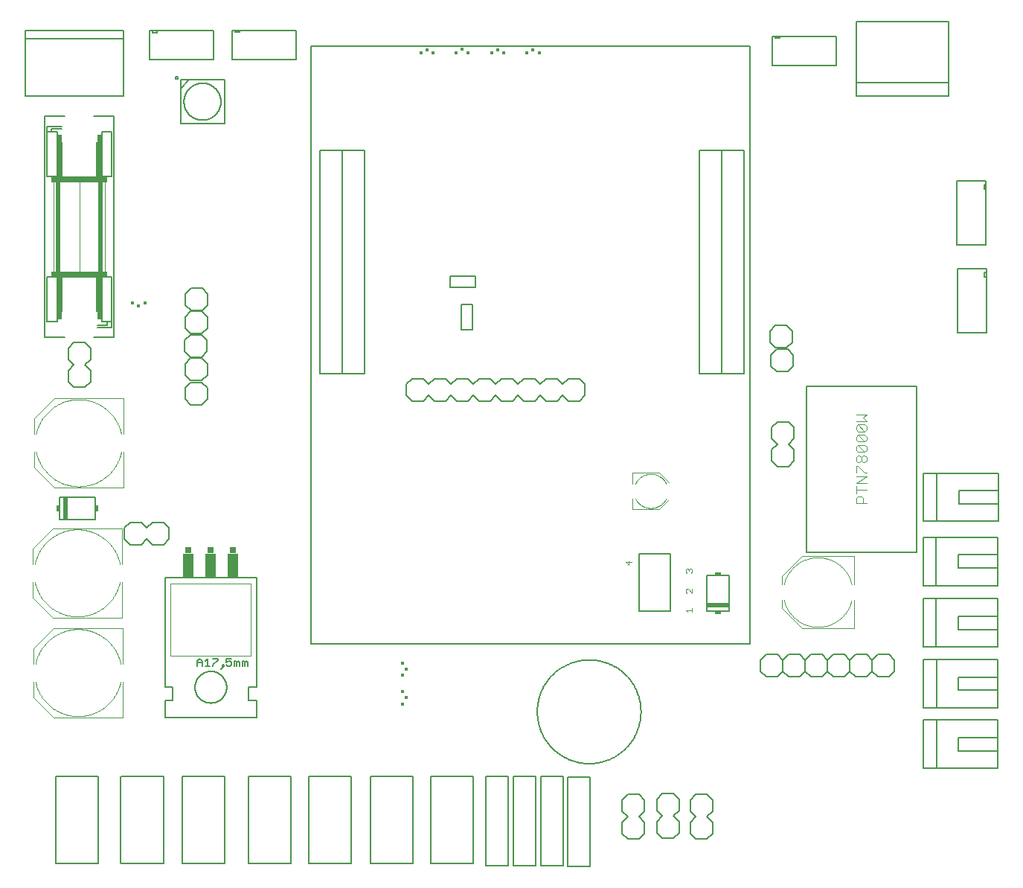
<source format=gto>
G75*
%MOIN*%
%OFA0B0*%
%FSLAX25Y25*%
%IPPOS*%
%LPD*%
%AMOC8*
5,1,8,0,0,1.08239X$1,22.5*
%
%ADD10C,0.00600*%
%ADD11R,0.02000X0.10000*%
%ADD12R,0.01500X0.03000*%
%ADD13C,0.00500*%
%ADD14C,0.00400*%
%ADD15C,0.00200*%
%ADD16R,0.03000X0.02500*%
%ADD17R,0.05000X0.11000*%
%ADD18R,0.10000X0.02000*%
%ADD19R,0.03000X0.01500*%
%ADD20C,0.00800*%
%ADD21R,0.01673X0.01280*%
%ADD22R,0.01378X0.01378*%
%ADD23R,0.01280X0.01673*%
%ADD24R,0.04500X0.02500*%
%ADD25R,0.16000X0.02500*%
%ADD26R,0.02000X0.40000*%
%ADD27R,0.00500X0.15500*%
%ADD28R,0.02000X0.19000*%
D10*
X0032039Y0168587D02*
X0032039Y0178587D01*
X0048039Y0178587D01*
X0048039Y0168587D01*
X0032039Y0168587D01*
X0034313Y0250126D02*
X0025313Y0250126D01*
X0025313Y0349126D01*
X0034313Y0349126D01*
X0032813Y0344626D02*
X0026313Y0344626D01*
X0026313Y0342126D01*
X0026313Y0322126D01*
X0030813Y0322126D01*
X0030813Y0342126D01*
X0028313Y0342126D01*
X0028313Y0343626D01*
X0032813Y0343626D01*
X0028313Y0342126D02*
X0026313Y0342126D01*
X0047313Y0349126D02*
X0056313Y0349126D01*
X0056313Y0250126D01*
X0047313Y0250126D01*
X0048813Y0254626D02*
X0055313Y0254626D01*
X0055313Y0257126D01*
X0055313Y0277126D01*
X0050813Y0277126D01*
X0050813Y0257126D01*
X0053313Y0257126D01*
X0053313Y0255626D01*
X0048813Y0255626D01*
X0053313Y0257126D02*
X0055313Y0257126D01*
X0030813Y0257126D02*
X0030813Y0277126D01*
X0026313Y0277126D01*
X0026313Y0257126D01*
X0030813Y0257126D01*
X0050813Y0322126D02*
X0055313Y0322126D01*
X0055313Y0342126D01*
X0050813Y0342126D01*
X0050813Y0322126D01*
X0207005Y0277704D02*
X0207005Y0272504D01*
X0218205Y0272504D01*
X0218205Y0277704D01*
X0207005Y0277704D01*
X0211814Y0264925D02*
X0217014Y0264925D01*
X0217014Y0253725D01*
X0211814Y0253725D01*
X0211814Y0264925D01*
X0321921Y0143640D02*
X0321921Y0127640D01*
X0331921Y0127640D01*
X0331921Y0143640D01*
X0321921Y0143640D01*
D11*
X0034539Y0173587D03*
D12*
X0031289Y0173587D03*
X0048789Y0173587D03*
D13*
X0049339Y0014684D02*
X0030376Y0014684D01*
X0030307Y0014867D02*
X0030307Y0053487D01*
X0030376Y0053684D02*
X0049339Y0053684D01*
X0049339Y0014684D01*
X0059432Y0014867D02*
X0059432Y0053487D01*
X0059501Y0053684D02*
X0078464Y0053684D01*
X0078464Y0014684D01*
X0059501Y0014684D01*
X0086932Y0014867D02*
X0086932Y0053487D01*
X0087001Y0053684D02*
X0105964Y0053684D01*
X0105964Y0014684D01*
X0087001Y0014684D01*
X0116682Y0014867D02*
X0116682Y0053487D01*
X0116751Y0053684D02*
X0135714Y0053684D01*
X0135714Y0014684D01*
X0116751Y0014684D01*
X0143557Y0014867D02*
X0143557Y0053487D01*
X0143626Y0053684D02*
X0162589Y0053684D01*
X0162589Y0014684D01*
X0143626Y0014684D01*
X0171182Y0014867D02*
X0171182Y0053487D01*
X0171251Y0053684D02*
X0190214Y0053684D01*
X0190214Y0014684D01*
X0171251Y0014684D01*
X0198182Y0014867D02*
X0198182Y0053487D01*
X0198251Y0053684D02*
X0217214Y0053684D01*
X0217214Y0014684D01*
X0198251Y0014684D01*
X0223000Y0013625D02*
X0223000Y0053625D01*
X0233000Y0053625D01*
X0233000Y0013625D01*
X0223000Y0013625D01*
X0235175Y0013575D02*
X0245175Y0013575D01*
X0245175Y0053575D01*
X0235175Y0053575D01*
X0235175Y0013575D01*
X0247500Y0013625D02*
X0247500Y0053625D01*
X0257500Y0053625D01*
X0257500Y0013625D01*
X0247500Y0013625D01*
X0259550Y0013300D02*
X0269550Y0013300D01*
X0269550Y0053300D01*
X0259550Y0053300D01*
X0259550Y0013300D01*
X0341374Y0113016D02*
X0144524Y0113016D01*
X0144524Y0380732D01*
X0341374Y0380732D01*
X0341374Y0113016D01*
X0366549Y0153747D02*
X0416037Y0153747D01*
X0416037Y0228235D01*
X0366549Y0228235D01*
X0366549Y0153747D01*
X0418844Y0160656D02*
X0418844Y0139002D01*
X0424750Y0139002D01*
X0424750Y0160656D01*
X0418844Y0160656D01*
X0424750Y0160656D02*
X0452309Y0160656D01*
X0452309Y0152781D01*
X0434593Y0152781D01*
X0434593Y0146876D01*
X0452309Y0146876D01*
X0452309Y0152781D01*
X0452309Y0146876D02*
X0452309Y0139002D01*
X0424750Y0139002D01*
X0424750Y0133156D02*
X0418844Y0133156D01*
X0418844Y0111502D01*
X0424750Y0111502D01*
X0424750Y0133156D01*
X0452309Y0133156D01*
X0452309Y0125281D01*
X0434593Y0125281D01*
X0434593Y0119376D01*
X0452309Y0119376D01*
X0452309Y0125281D01*
X0452309Y0119376D02*
X0452309Y0111502D01*
X0424750Y0111502D01*
X0424802Y0105864D02*
X0418897Y0105864D01*
X0418897Y0084211D01*
X0424802Y0084211D01*
X0424802Y0105864D01*
X0452361Y0105864D01*
X0452361Y0097990D01*
X0434645Y0097990D01*
X0434645Y0092085D01*
X0452361Y0092085D01*
X0452361Y0097990D01*
X0452361Y0092085D02*
X0452361Y0084211D01*
X0424802Y0084211D01*
X0424875Y0078781D02*
X0418969Y0078781D01*
X0418969Y0057127D01*
X0424875Y0057127D01*
X0424875Y0078781D01*
X0452434Y0078781D01*
X0452434Y0070906D01*
X0434718Y0070906D01*
X0434718Y0065001D01*
X0452434Y0065001D01*
X0452434Y0070906D01*
X0452434Y0065001D02*
X0452434Y0057127D01*
X0424875Y0057127D01*
X0425000Y0167752D02*
X0419094Y0167752D01*
X0419094Y0189406D01*
X0425000Y0189406D01*
X0425000Y0167752D01*
X0452559Y0167752D01*
X0452559Y0175626D01*
X0434843Y0175626D01*
X0434843Y0181531D01*
X0452559Y0181531D01*
X0452559Y0189406D01*
X0425000Y0189406D01*
X0452559Y0181531D02*
X0452559Y0175626D01*
X0338500Y0234000D02*
X0338500Y0334000D01*
X0328500Y0334000D01*
X0328500Y0234000D01*
X0318500Y0234000D01*
X0318500Y0334000D01*
X0328500Y0334000D01*
X0388844Y0358219D02*
X0388844Y0364125D01*
X0430183Y0364125D01*
X0430183Y0391684D01*
X0388844Y0391684D01*
X0388844Y0364125D01*
X0388844Y0358219D02*
X0430183Y0358219D01*
X0430183Y0364125D01*
X0338500Y0234000D02*
X0328500Y0234000D01*
X0168500Y0234000D02*
X0158500Y0234000D01*
X0158500Y0334000D01*
X0148500Y0334000D01*
X0148500Y0234000D01*
X0158500Y0234000D01*
X0168500Y0234000D02*
X0168500Y0334000D01*
X0158500Y0334000D01*
X0105843Y0345907D02*
X0105843Y0365593D01*
X0090094Y0365593D01*
X0086157Y0361656D01*
X0086157Y0365593D01*
X0090094Y0365593D01*
X0086157Y0361656D02*
X0086157Y0345907D01*
X0105843Y0345907D01*
X0087732Y0355750D02*
X0087734Y0355953D01*
X0087742Y0356156D01*
X0087754Y0356358D01*
X0087772Y0356560D01*
X0087794Y0356762D01*
X0087821Y0356963D01*
X0087854Y0357164D01*
X0087891Y0357363D01*
X0087933Y0357562D01*
X0087980Y0357759D01*
X0088031Y0357955D01*
X0088088Y0358150D01*
X0088149Y0358344D01*
X0088215Y0358535D01*
X0088286Y0358726D01*
X0088361Y0358914D01*
X0088441Y0359101D01*
X0088526Y0359285D01*
X0088615Y0359467D01*
X0088708Y0359648D01*
X0088806Y0359825D01*
X0088908Y0360001D01*
X0089015Y0360173D01*
X0089125Y0360343D01*
X0089240Y0360511D01*
X0089359Y0360675D01*
X0089482Y0360837D01*
X0089609Y0360995D01*
X0089739Y0361150D01*
X0089874Y0361302D01*
X0090012Y0361451D01*
X0090154Y0361596D01*
X0090299Y0361738D01*
X0090448Y0361876D01*
X0090600Y0362011D01*
X0090755Y0362141D01*
X0090913Y0362268D01*
X0091075Y0362391D01*
X0091239Y0362510D01*
X0091407Y0362625D01*
X0091577Y0362735D01*
X0091749Y0362842D01*
X0091925Y0362944D01*
X0092102Y0363042D01*
X0092283Y0363135D01*
X0092465Y0363224D01*
X0092649Y0363309D01*
X0092836Y0363389D01*
X0093024Y0363464D01*
X0093215Y0363535D01*
X0093406Y0363601D01*
X0093600Y0363662D01*
X0093795Y0363719D01*
X0093991Y0363770D01*
X0094188Y0363817D01*
X0094387Y0363859D01*
X0094586Y0363896D01*
X0094787Y0363929D01*
X0094988Y0363956D01*
X0095190Y0363978D01*
X0095392Y0363996D01*
X0095594Y0364008D01*
X0095797Y0364016D01*
X0096000Y0364018D01*
X0096203Y0364016D01*
X0096406Y0364008D01*
X0096608Y0363996D01*
X0096810Y0363978D01*
X0097012Y0363956D01*
X0097213Y0363929D01*
X0097414Y0363896D01*
X0097613Y0363859D01*
X0097812Y0363817D01*
X0098009Y0363770D01*
X0098205Y0363719D01*
X0098400Y0363662D01*
X0098594Y0363601D01*
X0098785Y0363535D01*
X0098976Y0363464D01*
X0099164Y0363389D01*
X0099351Y0363309D01*
X0099535Y0363224D01*
X0099717Y0363135D01*
X0099898Y0363042D01*
X0100075Y0362944D01*
X0100251Y0362842D01*
X0100423Y0362735D01*
X0100593Y0362625D01*
X0100761Y0362510D01*
X0100925Y0362391D01*
X0101087Y0362268D01*
X0101245Y0362141D01*
X0101400Y0362011D01*
X0101552Y0361876D01*
X0101701Y0361738D01*
X0101846Y0361596D01*
X0101988Y0361451D01*
X0102126Y0361302D01*
X0102261Y0361150D01*
X0102391Y0360995D01*
X0102518Y0360837D01*
X0102641Y0360675D01*
X0102760Y0360511D01*
X0102875Y0360343D01*
X0102985Y0360173D01*
X0103092Y0360001D01*
X0103194Y0359825D01*
X0103292Y0359648D01*
X0103385Y0359467D01*
X0103474Y0359285D01*
X0103559Y0359101D01*
X0103639Y0358914D01*
X0103714Y0358726D01*
X0103785Y0358535D01*
X0103851Y0358344D01*
X0103912Y0358150D01*
X0103969Y0357955D01*
X0104020Y0357759D01*
X0104067Y0357562D01*
X0104109Y0357363D01*
X0104146Y0357164D01*
X0104179Y0356963D01*
X0104206Y0356762D01*
X0104228Y0356560D01*
X0104246Y0356358D01*
X0104258Y0356156D01*
X0104266Y0355953D01*
X0104268Y0355750D01*
X0104266Y0355547D01*
X0104258Y0355344D01*
X0104246Y0355142D01*
X0104228Y0354940D01*
X0104206Y0354738D01*
X0104179Y0354537D01*
X0104146Y0354336D01*
X0104109Y0354137D01*
X0104067Y0353938D01*
X0104020Y0353741D01*
X0103969Y0353545D01*
X0103912Y0353350D01*
X0103851Y0353156D01*
X0103785Y0352965D01*
X0103714Y0352774D01*
X0103639Y0352586D01*
X0103559Y0352399D01*
X0103474Y0352215D01*
X0103385Y0352033D01*
X0103292Y0351852D01*
X0103194Y0351675D01*
X0103092Y0351499D01*
X0102985Y0351327D01*
X0102875Y0351157D01*
X0102760Y0350989D01*
X0102641Y0350825D01*
X0102518Y0350663D01*
X0102391Y0350505D01*
X0102261Y0350350D01*
X0102126Y0350198D01*
X0101988Y0350049D01*
X0101846Y0349904D01*
X0101701Y0349762D01*
X0101552Y0349624D01*
X0101400Y0349489D01*
X0101245Y0349359D01*
X0101087Y0349232D01*
X0100925Y0349109D01*
X0100761Y0348990D01*
X0100593Y0348875D01*
X0100423Y0348765D01*
X0100251Y0348658D01*
X0100075Y0348556D01*
X0099898Y0348458D01*
X0099717Y0348365D01*
X0099535Y0348276D01*
X0099351Y0348191D01*
X0099164Y0348111D01*
X0098976Y0348036D01*
X0098785Y0347965D01*
X0098594Y0347899D01*
X0098400Y0347838D01*
X0098205Y0347781D01*
X0098009Y0347730D01*
X0097812Y0347683D01*
X0097613Y0347641D01*
X0097414Y0347604D01*
X0097213Y0347571D01*
X0097012Y0347544D01*
X0096810Y0347522D01*
X0096608Y0347504D01*
X0096406Y0347492D01*
X0096203Y0347484D01*
X0096000Y0347482D01*
X0095797Y0347484D01*
X0095594Y0347492D01*
X0095392Y0347504D01*
X0095190Y0347522D01*
X0094988Y0347544D01*
X0094787Y0347571D01*
X0094586Y0347604D01*
X0094387Y0347641D01*
X0094188Y0347683D01*
X0093991Y0347730D01*
X0093795Y0347781D01*
X0093600Y0347838D01*
X0093406Y0347899D01*
X0093215Y0347965D01*
X0093024Y0348036D01*
X0092836Y0348111D01*
X0092649Y0348191D01*
X0092465Y0348276D01*
X0092283Y0348365D01*
X0092102Y0348458D01*
X0091925Y0348556D01*
X0091749Y0348658D01*
X0091577Y0348765D01*
X0091407Y0348875D01*
X0091239Y0348990D01*
X0091075Y0349109D01*
X0090913Y0349232D01*
X0090755Y0349359D01*
X0090600Y0349489D01*
X0090448Y0349624D01*
X0090299Y0349762D01*
X0090154Y0349904D01*
X0090012Y0350049D01*
X0089874Y0350198D01*
X0089739Y0350350D01*
X0089609Y0350505D01*
X0089482Y0350663D01*
X0089359Y0350825D01*
X0089240Y0350989D01*
X0089125Y0351157D01*
X0089015Y0351327D01*
X0088908Y0351499D01*
X0088806Y0351675D01*
X0088708Y0351852D01*
X0088615Y0352033D01*
X0088526Y0352215D01*
X0088441Y0352399D01*
X0088361Y0352586D01*
X0088286Y0352774D01*
X0088215Y0352965D01*
X0088149Y0353156D01*
X0088088Y0353350D01*
X0088031Y0353545D01*
X0087980Y0353741D01*
X0087933Y0353938D01*
X0087891Y0354137D01*
X0087854Y0354336D01*
X0087821Y0354537D01*
X0087794Y0354738D01*
X0087772Y0354940D01*
X0087754Y0355142D01*
X0087742Y0355344D01*
X0087734Y0355547D01*
X0087732Y0355750D01*
X0083892Y0366333D02*
X0083894Y0366380D01*
X0083900Y0366426D01*
X0083909Y0366472D01*
X0083923Y0366516D01*
X0083940Y0366560D01*
X0083961Y0366601D01*
X0083985Y0366641D01*
X0084012Y0366679D01*
X0084043Y0366714D01*
X0084076Y0366747D01*
X0084112Y0366777D01*
X0084151Y0366803D01*
X0084191Y0366827D01*
X0084233Y0366846D01*
X0084277Y0366863D01*
X0084322Y0366875D01*
X0084368Y0366884D01*
X0084414Y0366889D01*
X0084461Y0366890D01*
X0084507Y0366887D01*
X0084553Y0366880D01*
X0084599Y0366869D01*
X0084643Y0366855D01*
X0084686Y0366837D01*
X0084727Y0366815D01*
X0084767Y0366790D01*
X0084804Y0366762D01*
X0084839Y0366731D01*
X0084871Y0366697D01*
X0084900Y0366660D01*
X0084925Y0366622D01*
X0084948Y0366581D01*
X0084967Y0366538D01*
X0084982Y0366494D01*
X0084994Y0366449D01*
X0085002Y0366403D01*
X0085006Y0366356D01*
X0085006Y0366310D01*
X0085002Y0366263D01*
X0084994Y0366217D01*
X0084982Y0366172D01*
X0084967Y0366128D01*
X0084948Y0366085D01*
X0084925Y0366044D01*
X0084900Y0366006D01*
X0084871Y0365969D01*
X0084839Y0365935D01*
X0084804Y0365904D01*
X0084767Y0365876D01*
X0084728Y0365851D01*
X0084686Y0365829D01*
X0084643Y0365811D01*
X0084599Y0365797D01*
X0084553Y0365786D01*
X0084507Y0365779D01*
X0084461Y0365776D01*
X0084414Y0365777D01*
X0084368Y0365782D01*
X0084322Y0365791D01*
X0084277Y0365803D01*
X0084233Y0365820D01*
X0084191Y0365839D01*
X0084151Y0365863D01*
X0084112Y0365889D01*
X0084076Y0365919D01*
X0084043Y0365952D01*
X0084012Y0365987D01*
X0083985Y0366025D01*
X0083961Y0366065D01*
X0083940Y0366106D01*
X0083923Y0366150D01*
X0083909Y0366194D01*
X0083900Y0366240D01*
X0083894Y0366286D01*
X0083892Y0366333D01*
X0079250Y0142500D02*
X0079250Y0093500D01*
X0082750Y0093500D01*
X0082750Y0087500D01*
X0079250Y0087500D01*
X0079250Y0080000D01*
X0120250Y0080000D01*
X0120250Y0087500D01*
X0116750Y0087500D01*
X0116750Y0093500D01*
X0120250Y0093500D01*
X0120250Y0142500D01*
X0079250Y0142500D01*
X0094694Y0106253D02*
X0095828Y0105119D01*
X0095828Y0102850D01*
X0097151Y0102850D02*
X0099419Y0102850D01*
X0098285Y0102850D02*
X0098285Y0106253D01*
X0097151Y0105119D01*
X0095828Y0104551D02*
X0093560Y0104551D01*
X0093560Y0105119D02*
X0094694Y0106253D01*
X0093560Y0105119D02*
X0093560Y0102850D01*
X0100742Y0102850D02*
X0100742Y0103417D01*
X0103010Y0105686D01*
X0103010Y0106253D01*
X0100742Y0106253D01*
X0104900Y0103417D02*
X0104900Y0102850D01*
X0105467Y0102850D01*
X0105467Y0103417D01*
X0104900Y0103417D01*
X0105467Y0102850D02*
X0104333Y0101716D01*
X0106727Y0103417D02*
X0107294Y0102850D01*
X0108428Y0102850D01*
X0108995Y0103417D01*
X0108995Y0104551D01*
X0108428Y0105119D01*
X0107861Y0105119D01*
X0106727Y0104551D01*
X0106727Y0106253D01*
X0108995Y0106253D01*
X0110318Y0105119D02*
X0110318Y0102850D01*
X0111452Y0102850D02*
X0111452Y0104551D01*
X0112019Y0105119D01*
X0112586Y0104551D01*
X0112586Y0102850D01*
X0113909Y0102850D02*
X0113909Y0105119D01*
X0114476Y0105119D01*
X0115043Y0104551D01*
X0115610Y0105119D01*
X0116178Y0104551D01*
X0116178Y0102850D01*
X0115043Y0102850D02*
X0115043Y0104551D01*
X0111452Y0104551D02*
X0110885Y0105119D01*
X0110318Y0105119D01*
X0092650Y0093500D02*
X0092652Y0093674D01*
X0092659Y0093848D01*
X0092669Y0094022D01*
X0092684Y0094196D01*
X0092703Y0094369D01*
X0092727Y0094542D01*
X0092755Y0094714D01*
X0092786Y0094885D01*
X0092823Y0095056D01*
X0092863Y0095225D01*
X0092907Y0095394D01*
X0092956Y0095561D01*
X0093008Y0095727D01*
X0093065Y0095892D01*
X0093126Y0096055D01*
X0093190Y0096217D01*
X0093259Y0096377D01*
X0093332Y0096536D01*
X0093408Y0096692D01*
X0093488Y0096847D01*
X0093572Y0097000D01*
X0093660Y0097150D01*
X0093752Y0097298D01*
X0093847Y0097445D01*
X0093945Y0097588D01*
X0094047Y0097729D01*
X0094153Y0097868D01*
X0094262Y0098004D01*
X0094374Y0098138D01*
X0094489Y0098268D01*
X0094608Y0098396D01*
X0094730Y0098520D01*
X0094854Y0098642D01*
X0094982Y0098761D01*
X0095112Y0098876D01*
X0095246Y0098988D01*
X0095382Y0099097D01*
X0095521Y0099203D01*
X0095662Y0099305D01*
X0095805Y0099403D01*
X0095952Y0099498D01*
X0096100Y0099590D01*
X0096250Y0099678D01*
X0096403Y0099762D01*
X0096558Y0099842D01*
X0096714Y0099918D01*
X0096873Y0099991D01*
X0097033Y0100060D01*
X0097195Y0100124D01*
X0097358Y0100185D01*
X0097523Y0100242D01*
X0097689Y0100294D01*
X0097856Y0100343D01*
X0098025Y0100387D01*
X0098194Y0100427D01*
X0098365Y0100464D01*
X0098536Y0100495D01*
X0098708Y0100523D01*
X0098881Y0100547D01*
X0099054Y0100566D01*
X0099228Y0100581D01*
X0099402Y0100591D01*
X0099576Y0100598D01*
X0099750Y0100600D01*
X0099924Y0100598D01*
X0100098Y0100591D01*
X0100272Y0100581D01*
X0100446Y0100566D01*
X0100619Y0100547D01*
X0100792Y0100523D01*
X0100964Y0100495D01*
X0101135Y0100464D01*
X0101306Y0100427D01*
X0101475Y0100387D01*
X0101644Y0100343D01*
X0101811Y0100294D01*
X0101977Y0100242D01*
X0102142Y0100185D01*
X0102305Y0100124D01*
X0102467Y0100060D01*
X0102627Y0099991D01*
X0102786Y0099918D01*
X0102942Y0099842D01*
X0103097Y0099762D01*
X0103250Y0099678D01*
X0103400Y0099590D01*
X0103548Y0099498D01*
X0103695Y0099403D01*
X0103838Y0099305D01*
X0103979Y0099203D01*
X0104118Y0099097D01*
X0104254Y0098988D01*
X0104388Y0098876D01*
X0104518Y0098761D01*
X0104646Y0098642D01*
X0104770Y0098520D01*
X0104892Y0098396D01*
X0105011Y0098268D01*
X0105126Y0098138D01*
X0105238Y0098004D01*
X0105347Y0097868D01*
X0105453Y0097729D01*
X0105555Y0097588D01*
X0105653Y0097445D01*
X0105748Y0097298D01*
X0105840Y0097150D01*
X0105928Y0097000D01*
X0106012Y0096847D01*
X0106092Y0096692D01*
X0106168Y0096536D01*
X0106241Y0096377D01*
X0106310Y0096217D01*
X0106374Y0096055D01*
X0106435Y0095892D01*
X0106492Y0095727D01*
X0106544Y0095561D01*
X0106593Y0095394D01*
X0106637Y0095225D01*
X0106677Y0095056D01*
X0106714Y0094885D01*
X0106745Y0094714D01*
X0106773Y0094542D01*
X0106797Y0094369D01*
X0106816Y0094196D01*
X0106831Y0094022D01*
X0106841Y0093848D01*
X0106848Y0093674D01*
X0106850Y0093500D01*
X0106848Y0093326D01*
X0106841Y0093152D01*
X0106831Y0092978D01*
X0106816Y0092804D01*
X0106797Y0092631D01*
X0106773Y0092458D01*
X0106745Y0092286D01*
X0106714Y0092115D01*
X0106677Y0091944D01*
X0106637Y0091775D01*
X0106593Y0091606D01*
X0106544Y0091439D01*
X0106492Y0091273D01*
X0106435Y0091108D01*
X0106374Y0090945D01*
X0106310Y0090783D01*
X0106241Y0090623D01*
X0106168Y0090464D01*
X0106092Y0090308D01*
X0106012Y0090153D01*
X0105928Y0090000D01*
X0105840Y0089850D01*
X0105748Y0089702D01*
X0105653Y0089555D01*
X0105555Y0089412D01*
X0105453Y0089271D01*
X0105347Y0089132D01*
X0105238Y0088996D01*
X0105126Y0088862D01*
X0105011Y0088732D01*
X0104892Y0088604D01*
X0104770Y0088480D01*
X0104646Y0088358D01*
X0104518Y0088239D01*
X0104388Y0088124D01*
X0104254Y0088012D01*
X0104118Y0087903D01*
X0103979Y0087797D01*
X0103838Y0087695D01*
X0103695Y0087597D01*
X0103548Y0087502D01*
X0103400Y0087410D01*
X0103250Y0087322D01*
X0103097Y0087238D01*
X0102942Y0087158D01*
X0102786Y0087082D01*
X0102627Y0087009D01*
X0102467Y0086940D01*
X0102305Y0086876D01*
X0102142Y0086815D01*
X0101977Y0086758D01*
X0101811Y0086706D01*
X0101644Y0086657D01*
X0101475Y0086613D01*
X0101306Y0086573D01*
X0101135Y0086536D01*
X0100964Y0086505D01*
X0100792Y0086477D01*
X0100619Y0086453D01*
X0100446Y0086434D01*
X0100272Y0086419D01*
X0100098Y0086409D01*
X0099924Y0086402D01*
X0099750Y0086400D01*
X0099576Y0086402D01*
X0099402Y0086409D01*
X0099228Y0086419D01*
X0099054Y0086434D01*
X0098881Y0086453D01*
X0098708Y0086477D01*
X0098536Y0086505D01*
X0098365Y0086536D01*
X0098194Y0086573D01*
X0098025Y0086613D01*
X0097856Y0086657D01*
X0097689Y0086706D01*
X0097523Y0086758D01*
X0097358Y0086815D01*
X0097195Y0086876D01*
X0097033Y0086940D01*
X0096873Y0087009D01*
X0096714Y0087082D01*
X0096558Y0087158D01*
X0096403Y0087238D01*
X0096250Y0087322D01*
X0096100Y0087410D01*
X0095952Y0087502D01*
X0095805Y0087597D01*
X0095662Y0087695D01*
X0095521Y0087797D01*
X0095382Y0087903D01*
X0095246Y0088012D01*
X0095112Y0088124D01*
X0094982Y0088239D01*
X0094854Y0088358D01*
X0094730Y0088480D01*
X0094608Y0088604D01*
X0094489Y0088732D01*
X0094374Y0088862D01*
X0094262Y0088996D01*
X0094153Y0089132D01*
X0094047Y0089271D01*
X0093945Y0089412D01*
X0093847Y0089555D01*
X0093752Y0089702D01*
X0093660Y0089850D01*
X0093572Y0090000D01*
X0093488Y0090153D01*
X0093408Y0090308D01*
X0093332Y0090464D01*
X0093259Y0090623D01*
X0093190Y0090783D01*
X0093126Y0090945D01*
X0093065Y0091108D01*
X0093008Y0091273D01*
X0092956Y0091439D01*
X0092907Y0091606D01*
X0092863Y0091775D01*
X0092823Y0091944D01*
X0092786Y0092115D01*
X0092755Y0092286D01*
X0092727Y0092458D01*
X0092703Y0092631D01*
X0092684Y0092804D01*
X0092669Y0092978D01*
X0092659Y0093152D01*
X0092652Y0093326D01*
X0092650Y0093500D01*
D14*
X0060339Y0096033D02*
X0060339Y0079892D01*
X0029236Y0079892D01*
X0020181Y0088947D01*
X0020181Y0096033D01*
X0020181Y0103907D02*
X0020181Y0110994D01*
X0029236Y0120049D01*
X0060339Y0120049D01*
X0060339Y0103907D01*
X0059354Y0096033D02*
X0059253Y0095568D01*
X0059139Y0095106D01*
X0059015Y0094646D01*
X0058879Y0094190D01*
X0058733Y0093737D01*
X0058575Y0093288D01*
X0058406Y0092842D01*
X0058227Y0092401D01*
X0058037Y0091965D01*
X0057836Y0091533D01*
X0057625Y0091107D01*
X0057403Y0090685D01*
X0057171Y0090270D01*
X0056930Y0089860D01*
X0056678Y0089456D01*
X0056416Y0089058D01*
X0056145Y0088667D01*
X0055864Y0088282D01*
X0055574Y0087905D01*
X0055275Y0087534D01*
X0054967Y0087171D01*
X0054650Y0086816D01*
X0054324Y0086469D01*
X0053991Y0086129D01*
X0053649Y0085798D01*
X0053299Y0085476D01*
X0052941Y0085161D01*
X0052575Y0084856D01*
X0052203Y0084560D01*
X0051823Y0084273D01*
X0051436Y0083995D01*
X0051043Y0083727D01*
X0050643Y0083469D01*
X0050237Y0083220D01*
X0049825Y0082982D01*
X0049407Y0082753D01*
X0048984Y0082535D01*
X0048556Y0082327D01*
X0048123Y0082130D01*
X0047685Y0081943D01*
X0047242Y0081767D01*
X0046796Y0081602D01*
X0046346Y0081448D01*
X0045891Y0081305D01*
X0045434Y0081173D01*
X0044974Y0081052D01*
X0044510Y0080943D01*
X0044044Y0080845D01*
X0043576Y0080758D01*
X0043106Y0080683D01*
X0042634Y0080619D01*
X0042161Y0080567D01*
X0041687Y0080526D01*
X0041212Y0080497D01*
X0040736Y0080480D01*
X0040260Y0080474D01*
X0039784Y0080480D01*
X0039308Y0080497D01*
X0038833Y0080526D01*
X0038359Y0080567D01*
X0037886Y0080619D01*
X0037414Y0080683D01*
X0036944Y0080758D01*
X0036476Y0080845D01*
X0036010Y0080943D01*
X0035546Y0081052D01*
X0035086Y0081173D01*
X0034629Y0081305D01*
X0034174Y0081448D01*
X0033724Y0081602D01*
X0033278Y0081767D01*
X0032835Y0081943D01*
X0032397Y0082130D01*
X0031964Y0082327D01*
X0031536Y0082535D01*
X0031113Y0082753D01*
X0030695Y0082982D01*
X0030283Y0083220D01*
X0029877Y0083469D01*
X0029477Y0083727D01*
X0029084Y0083995D01*
X0028697Y0084273D01*
X0028317Y0084560D01*
X0027945Y0084856D01*
X0027579Y0085161D01*
X0027221Y0085476D01*
X0026871Y0085798D01*
X0026529Y0086129D01*
X0026196Y0086469D01*
X0025870Y0086816D01*
X0025553Y0087171D01*
X0025245Y0087534D01*
X0024946Y0087905D01*
X0024656Y0088282D01*
X0024375Y0088667D01*
X0024104Y0089058D01*
X0023842Y0089456D01*
X0023590Y0089860D01*
X0023349Y0090270D01*
X0023117Y0090685D01*
X0022895Y0091107D01*
X0022684Y0091533D01*
X0022483Y0091965D01*
X0022293Y0092401D01*
X0022114Y0092842D01*
X0021945Y0093288D01*
X0021787Y0093737D01*
X0021641Y0094190D01*
X0021505Y0094646D01*
X0021381Y0095106D01*
X0021267Y0095568D01*
X0021166Y0096033D01*
X0021166Y0103907D02*
X0021267Y0104372D01*
X0021381Y0104834D01*
X0021505Y0105294D01*
X0021641Y0105750D01*
X0021787Y0106203D01*
X0021945Y0106652D01*
X0022114Y0107098D01*
X0022293Y0107539D01*
X0022483Y0107975D01*
X0022684Y0108407D01*
X0022895Y0108833D01*
X0023117Y0109255D01*
X0023349Y0109670D01*
X0023590Y0110080D01*
X0023842Y0110484D01*
X0024104Y0110882D01*
X0024375Y0111273D01*
X0024656Y0111658D01*
X0024946Y0112035D01*
X0025245Y0112406D01*
X0025553Y0112769D01*
X0025870Y0113124D01*
X0026196Y0113471D01*
X0026529Y0113811D01*
X0026871Y0114142D01*
X0027221Y0114464D01*
X0027579Y0114779D01*
X0027945Y0115084D01*
X0028317Y0115380D01*
X0028697Y0115667D01*
X0029084Y0115945D01*
X0029477Y0116213D01*
X0029877Y0116471D01*
X0030283Y0116720D01*
X0030695Y0116958D01*
X0031113Y0117187D01*
X0031536Y0117405D01*
X0031964Y0117613D01*
X0032397Y0117810D01*
X0032835Y0117997D01*
X0033278Y0118173D01*
X0033724Y0118338D01*
X0034174Y0118492D01*
X0034629Y0118635D01*
X0035086Y0118767D01*
X0035546Y0118888D01*
X0036010Y0118997D01*
X0036476Y0119095D01*
X0036944Y0119182D01*
X0037414Y0119257D01*
X0037886Y0119321D01*
X0038359Y0119373D01*
X0038833Y0119414D01*
X0039308Y0119443D01*
X0039784Y0119460D01*
X0040260Y0119466D01*
X0040736Y0119460D01*
X0041212Y0119443D01*
X0041687Y0119414D01*
X0042161Y0119373D01*
X0042634Y0119321D01*
X0043106Y0119257D01*
X0043576Y0119182D01*
X0044044Y0119095D01*
X0044510Y0118997D01*
X0044974Y0118888D01*
X0045434Y0118767D01*
X0045891Y0118635D01*
X0046346Y0118492D01*
X0046796Y0118338D01*
X0047242Y0118173D01*
X0047685Y0117997D01*
X0048123Y0117810D01*
X0048556Y0117613D01*
X0048984Y0117405D01*
X0049407Y0117187D01*
X0049825Y0116958D01*
X0050237Y0116720D01*
X0050643Y0116471D01*
X0051043Y0116213D01*
X0051436Y0115945D01*
X0051823Y0115667D01*
X0052203Y0115380D01*
X0052575Y0115084D01*
X0052941Y0114779D01*
X0053299Y0114464D01*
X0053649Y0114142D01*
X0053991Y0113811D01*
X0054324Y0113471D01*
X0054650Y0113124D01*
X0054967Y0112769D01*
X0055275Y0112406D01*
X0055574Y0112035D01*
X0055864Y0111658D01*
X0056145Y0111273D01*
X0056416Y0110882D01*
X0056678Y0110484D01*
X0056930Y0110080D01*
X0057171Y0109670D01*
X0057403Y0109255D01*
X0057625Y0108833D01*
X0057836Y0108407D01*
X0058037Y0107975D01*
X0058227Y0107539D01*
X0058406Y0107098D01*
X0058575Y0106652D01*
X0058733Y0106203D01*
X0058879Y0105750D01*
X0059015Y0105294D01*
X0059139Y0104834D01*
X0059253Y0104372D01*
X0059354Y0103907D01*
X0060026Y0124579D02*
X0028923Y0124579D01*
X0019868Y0133634D01*
X0019868Y0140720D01*
X0019868Y0148594D02*
X0019868Y0155681D01*
X0028923Y0164736D01*
X0060026Y0164736D01*
X0060026Y0148594D01*
X0060026Y0140720D02*
X0060026Y0124579D01*
X0059041Y0148594D02*
X0058940Y0149059D01*
X0058826Y0149521D01*
X0058702Y0149981D01*
X0058566Y0150437D01*
X0058420Y0150890D01*
X0058262Y0151339D01*
X0058093Y0151785D01*
X0057914Y0152226D01*
X0057724Y0152662D01*
X0057523Y0153094D01*
X0057312Y0153520D01*
X0057090Y0153942D01*
X0056858Y0154357D01*
X0056617Y0154767D01*
X0056365Y0155171D01*
X0056103Y0155569D01*
X0055832Y0155960D01*
X0055551Y0156345D01*
X0055261Y0156722D01*
X0054962Y0157093D01*
X0054654Y0157456D01*
X0054337Y0157811D01*
X0054011Y0158158D01*
X0053678Y0158498D01*
X0053336Y0158829D01*
X0052986Y0159151D01*
X0052628Y0159466D01*
X0052262Y0159771D01*
X0051890Y0160067D01*
X0051510Y0160354D01*
X0051123Y0160632D01*
X0050730Y0160900D01*
X0050330Y0161158D01*
X0049924Y0161407D01*
X0049512Y0161645D01*
X0049094Y0161874D01*
X0048671Y0162092D01*
X0048243Y0162300D01*
X0047810Y0162497D01*
X0047372Y0162684D01*
X0046929Y0162860D01*
X0046483Y0163025D01*
X0046033Y0163179D01*
X0045578Y0163322D01*
X0045121Y0163454D01*
X0044661Y0163575D01*
X0044197Y0163684D01*
X0043731Y0163782D01*
X0043263Y0163869D01*
X0042793Y0163944D01*
X0042321Y0164008D01*
X0041848Y0164060D01*
X0041374Y0164101D01*
X0040899Y0164130D01*
X0040423Y0164147D01*
X0039947Y0164153D01*
X0039471Y0164147D01*
X0038995Y0164130D01*
X0038520Y0164101D01*
X0038046Y0164060D01*
X0037573Y0164008D01*
X0037101Y0163944D01*
X0036631Y0163869D01*
X0036163Y0163782D01*
X0035697Y0163684D01*
X0035233Y0163575D01*
X0034773Y0163454D01*
X0034316Y0163322D01*
X0033861Y0163179D01*
X0033411Y0163025D01*
X0032965Y0162860D01*
X0032522Y0162684D01*
X0032084Y0162497D01*
X0031651Y0162300D01*
X0031223Y0162092D01*
X0030800Y0161874D01*
X0030382Y0161645D01*
X0029970Y0161407D01*
X0029564Y0161158D01*
X0029164Y0160900D01*
X0028771Y0160632D01*
X0028384Y0160354D01*
X0028004Y0160067D01*
X0027632Y0159771D01*
X0027266Y0159466D01*
X0026908Y0159151D01*
X0026558Y0158829D01*
X0026216Y0158498D01*
X0025883Y0158158D01*
X0025557Y0157811D01*
X0025240Y0157456D01*
X0024932Y0157093D01*
X0024633Y0156722D01*
X0024343Y0156345D01*
X0024062Y0155960D01*
X0023791Y0155569D01*
X0023529Y0155171D01*
X0023277Y0154767D01*
X0023036Y0154357D01*
X0022804Y0153942D01*
X0022582Y0153520D01*
X0022371Y0153094D01*
X0022170Y0152662D01*
X0021980Y0152226D01*
X0021801Y0151785D01*
X0021632Y0151339D01*
X0021474Y0150890D01*
X0021328Y0150437D01*
X0021192Y0149981D01*
X0021068Y0149521D01*
X0020954Y0149059D01*
X0020853Y0148594D01*
X0020853Y0140720D02*
X0020954Y0140255D01*
X0021068Y0139793D01*
X0021192Y0139333D01*
X0021328Y0138877D01*
X0021474Y0138424D01*
X0021632Y0137975D01*
X0021801Y0137529D01*
X0021980Y0137088D01*
X0022170Y0136652D01*
X0022371Y0136220D01*
X0022582Y0135794D01*
X0022804Y0135372D01*
X0023036Y0134957D01*
X0023277Y0134547D01*
X0023529Y0134143D01*
X0023791Y0133745D01*
X0024062Y0133354D01*
X0024343Y0132969D01*
X0024633Y0132592D01*
X0024932Y0132221D01*
X0025240Y0131858D01*
X0025557Y0131503D01*
X0025883Y0131156D01*
X0026216Y0130816D01*
X0026558Y0130485D01*
X0026908Y0130163D01*
X0027266Y0129848D01*
X0027632Y0129543D01*
X0028004Y0129247D01*
X0028384Y0128960D01*
X0028771Y0128682D01*
X0029164Y0128414D01*
X0029564Y0128156D01*
X0029970Y0127907D01*
X0030382Y0127669D01*
X0030800Y0127440D01*
X0031223Y0127222D01*
X0031651Y0127014D01*
X0032084Y0126817D01*
X0032522Y0126630D01*
X0032965Y0126454D01*
X0033411Y0126289D01*
X0033861Y0126135D01*
X0034316Y0125992D01*
X0034773Y0125860D01*
X0035233Y0125739D01*
X0035697Y0125630D01*
X0036163Y0125532D01*
X0036631Y0125445D01*
X0037101Y0125370D01*
X0037573Y0125306D01*
X0038046Y0125254D01*
X0038520Y0125213D01*
X0038995Y0125184D01*
X0039471Y0125167D01*
X0039947Y0125161D01*
X0040423Y0125167D01*
X0040899Y0125184D01*
X0041374Y0125213D01*
X0041848Y0125254D01*
X0042321Y0125306D01*
X0042793Y0125370D01*
X0043263Y0125445D01*
X0043731Y0125532D01*
X0044197Y0125630D01*
X0044661Y0125739D01*
X0045121Y0125860D01*
X0045578Y0125992D01*
X0046033Y0126135D01*
X0046483Y0126289D01*
X0046929Y0126454D01*
X0047372Y0126630D01*
X0047810Y0126817D01*
X0048243Y0127014D01*
X0048671Y0127222D01*
X0049094Y0127440D01*
X0049512Y0127669D01*
X0049924Y0127907D01*
X0050330Y0128156D01*
X0050730Y0128414D01*
X0051123Y0128682D01*
X0051510Y0128960D01*
X0051890Y0129247D01*
X0052262Y0129543D01*
X0052628Y0129848D01*
X0052986Y0130163D01*
X0053336Y0130485D01*
X0053678Y0130816D01*
X0054011Y0131156D01*
X0054337Y0131503D01*
X0054654Y0131858D01*
X0054962Y0132221D01*
X0055261Y0132592D01*
X0055551Y0132969D01*
X0055832Y0133354D01*
X0056103Y0133745D01*
X0056365Y0134143D01*
X0056617Y0134547D01*
X0056858Y0134957D01*
X0057090Y0135372D01*
X0057312Y0135794D01*
X0057523Y0136220D01*
X0057724Y0136652D01*
X0057914Y0137088D01*
X0058093Y0137529D01*
X0058262Y0137975D01*
X0058420Y0138424D01*
X0058566Y0138877D01*
X0058702Y0139333D01*
X0058826Y0139793D01*
X0058940Y0140255D01*
X0059041Y0140720D01*
X0060618Y0182809D02*
X0029516Y0182809D01*
X0020461Y0191864D01*
X0020461Y0198951D01*
X0020461Y0206825D02*
X0020461Y0213911D01*
X0029516Y0222967D01*
X0060618Y0222967D01*
X0060618Y0206825D01*
X0060618Y0198951D02*
X0060618Y0182809D01*
X0059633Y0198951D02*
X0059532Y0198486D01*
X0059418Y0198024D01*
X0059294Y0197564D01*
X0059158Y0197108D01*
X0059012Y0196655D01*
X0058854Y0196206D01*
X0058685Y0195760D01*
X0058506Y0195319D01*
X0058316Y0194883D01*
X0058115Y0194451D01*
X0057904Y0194025D01*
X0057682Y0193603D01*
X0057450Y0193188D01*
X0057209Y0192778D01*
X0056957Y0192374D01*
X0056695Y0191976D01*
X0056424Y0191585D01*
X0056143Y0191200D01*
X0055853Y0190823D01*
X0055554Y0190452D01*
X0055246Y0190089D01*
X0054929Y0189734D01*
X0054603Y0189387D01*
X0054270Y0189047D01*
X0053928Y0188716D01*
X0053578Y0188394D01*
X0053220Y0188079D01*
X0052854Y0187774D01*
X0052482Y0187478D01*
X0052102Y0187191D01*
X0051715Y0186913D01*
X0051322Y0186645D01*
X0050922Y0186387D01*
X0050516Y0186138D01*
X0050104Y0185900D01*
X0049686Y0185671D01*
X0049263Y0185453D01*
X0048835Y0185245D01*
X0048402Y0185048D01*
X0047964Y0184861D01*
X0047521Y0184685D01*
X0047075Y0184520D01*
X0046625Y0184366D01*
X0046170Y0184223D01*
X0045713Y0184091D01*
X0045253Y0183970D01*
X0044789Y0183861D01*
X0044323Y0183763D01*
X0043855Y0183676D01*
X0043385Y0183601D01*
X0042913Y0183537D01*
X0042440Y0183485D01*
X0041966Y0183444D01*
X0041491Y0183415D01*
X0041015Y0183398D01*
X0040539Y0183392D01*
X0040063Y0183398D01*
X0039587Y0183415D01*
X0039112Y0183444D01*
X0038638Y0183485D01*
X0038165Y0183537D01*
X0037693Y0183601D01*
X0037223Y0183676D01*
X0036755Y0183763D01*
X0036289Y0183861D01*
X0035825Y0183970D01*
X0035365Y0184091D01*
X0034908Y0184223D01*
X0034453Y0184366D01*
X0034003Y0184520D01*
X0033557Y0184685D01*
X0033114Y0184861D01*
X0032676Y0185048D01*
X0032243Y0185245D01*
X0031815Y0185453D01*
X0031392Y0185671D01*
X0030974Y0185900D01*
X0030562Y0186138D01*
X0030156Y0186387D01*
X0029756Y0186645D01*
X0029363Y0186913D01*
X0028976Y0187191D01*
X0028596Y0187478D01*
X0028224Y0187774D01*
X0027858Y0188079D01*
X0027500Y0188394D01*
X0027150Y0188716D01*
X0026808Y0189047D01*
X0026475Y0189387D01*
X0026149Y0189734D01*
X0025832Y0190089D01*
X0025524Y0190452D01*
X0025225Y0190823D01*
X0024935Y0191200D01*
X0024654Y0191585D01*
X0024383Y0191976D01*
X0024121Y0192374D01*
X0023869Y0192778D01*
X0023628Y0193188D01*
X0023396Y0193603D01*
X0023174Y0194025D01*
X0022963Y0194451D01*
X0022762Y0194883D01*
X0022572Y0195319D01*
X0022393Y0195760D01*
X0022224Y0196206D01*
X0022066Y0196655D01*
X0021920Y0197108D01*
X0021784Y0197564D01*
X0021660Y0198024D01*
X0021546Y0198486D01*
X0021445Y0198951D01*
X0021445Y0206825D02*
X0021546Y0207290D01*
X0021660Y0207752D01*
X0021784Y0208212D01*
X0021920Y0208668D01*
X0022066Y0209121D01*
X0022224Y0209570D01*
X0022393Y0210016D01*
X0022572Y0210457D01*
X0022762Y0210893D01*
X0022963Y0211325D01*
X0023174Y0211751D01*
X0023396Y0212173D01*
X0023628Y0212588D01*
X0023869Y0212998D01*
X0024121Y0213402D01*
X0024383Y0213800D01*
X0024654Y0214191D01*
X0024935Y0214576D01*
X0025225Y0214953D01*
X0025524Y0215324D01*
X0025832Y0215687D01*
X0026149Y0216042D01*
X0026475Y0216389D01*
X0026808Y0216729D01*
X0027150Y0217060D01*
X0027500Y0217382D01*
X0027858Y0217697D01*
X0028224Y0218002D01*
X0028596Y0218298D01*
X0028976Y0218585D01*
X0029363Y0218863D01*
X0029756Y0219131D01*
X0030156Y0219389D01*
X0030562Y0219638D01*
X0030974Y0219876D01*
X0031392Y0220105D01*
X0031815Y0220323D01*
X0032243Y0220531D01*
X0032676Y0220728D01*
X0033114Y0220915D01*
X0033557Y0221091D01*
X0034003Y0221256D01*
X0034453Y0221410D01*
X0034908Y0221553D01*
X0035365Y0221685D01*
X0035825Y0221806D01*
X0036289Y0221915D01*
X0036755Y0222013D01*
X0037223Y0222100D01*
X0037693Y0222175D01*
X0038165Y0222239D01*
X0038638Y0222291D01*
X0039112Y0222332D01*
X0039587Y0222361D01*
X0040063Y0222378D01*
X0040539Y0222384D01*
X0041015Y0222378D01*
X0041491Y0222361D01*
X0041966Y0222332D01*
X0042440Y0222291D01*
X0042913Y0222239D01*
X0043385Y0222175D01*
X0043855Y0222100D01*
X0044323Y0222013D01*
X0044789Y0221915D01*
X0045253Y0221806D01*
X0045713Y0221685D01*
X0046170Y0221553D01*
X0046625Y0221410D01*
X0047075Y0221256D01*
X0047521Y0221091D01*
X0047964Y0220915D01*
X0048402Y0220728D01*
X0048835Y0220531D01*
X0049263Y0220323D01*
X0049686Y0220105D01*
X0050104Y0219876D01*
X0050516Y0219638D01*
X0050922Y0219389D01*
X0051322Y0219131D01*
X0051715Y0218863D01*
X0052102Y0218585D01*
X0052482Y0218298D01*
X0052854Y0218002D01*
X0053220Y0217697D01*
X0053578Y0217382D01*
X0053928Y0217060D01*
X0054270Y0216729D01*
X0054603Y0216389D01*
X0054929Y0216042D01*
X0055246Y0215687D01*
X0055554Y0215324D01*
X0055853Y0214953D01*
X0056143Y0214576D01*
X0056424Y0214191D01*
X0056695Y0213800D01*
X0056957Y0213402D01*
X0057209Y0212998D01*
X0057450Y0212588D01*
X0057682Y0212173D01*
X0057904Y0211751D01*
X0058115Y0211325D01*
X0058316Y0210893D01*
X0058506Y0210457D01*
X0058685Y0210016D01*
X0058854Y0209570D01*
X0059012Y0209121D01*
X0059158Y0208668D01*
X0059294Y0208212D01*
X0059418Y0207752D01*
X0059532Y0207290D01*
X0059633Y0206825D01*
X0285498Y0149601D02*
X0286899Y0148200D01*
X0286899Y0150068D01*
X0288300Y0149601D02*
X0285498Y0149601D01*
X0288582Y0173082D02*
X0288582Y0178004D01*
X0288582Y0173082D02*
X0300787Y0173082D01*
X0305118Y0177413D01*
X0303739Y0184696D02*
X0303656Y0184863D01*
X0303569Y0185027D01*
X0303477Y0185190D01*
X0303382Y0185350D01*
X0303283Y0185507D01*
X0303180Y0185662D01*
X0303073Y0185815D01*
X0302962Y0185965D01*
X0302848Y0186112D01*
X0302731Y0186257D01*
X0302610Y0186398D01*
X0302485Y0186537D01*
X0302358Y0186672D01*
X0302227Y0186805D01*
X0302092Y0186934D01*
X0301955Y0187060D01*
X0301815Y0187182D01*
X0301671Y0187301D01*
X0301525Y0187417D01*
X0301376Y0187528D01*
X0301225Y0187637D01*
X0301071Y0187741D01*
X0300914Y0187842D01*
X0300755Y0187939D01*
X0300594Y0188032D01*
X0300430Y0188121D01*
X0300264Y0188206D01*
X0300097Y0188287D01*
X0299927Y0188364D01*
X0299755Y0188437D01*
X0299582Y0188505D01*
X0299407Y0188569D01*
X0299231Y0188629D01*
X0299053Y0188685D01*
X0298874Y0188737D01*
X0298694Y0188784D01*
X0298513Y0188826D01*
X0298331Y0188865D01*
X0298147Y0188898D01*
X0297964Y0188928D01*
X0297779Y0188952D01*
X0297594Y0188973D01*
X0297408Y0188989D01*
X0297222Y0189000D01*
X0297036Y0189007D01*
X0296850Y0189009D01*
X0296664Y0189007D01*
X0296478Y0189000D01*
X0296292Y0188989D01*
X0296106Y0188973D01*
X0295921Y0188952D01*
X0295736Y0188928D01*
X0295553Y0188898D01*
X0295369Y0188865D01*
X0295187Y0188826D01*
X0295006Y0188784D01*
X0294826Y0188737D01*
X0294647Y0188685D01*
X0294469Y0188629D01*
X0294293Y0188569D01*
X0294118Y0188505D01*
X0293945Y0188437D01*
X0293773Y0188364D01*
X0293603Y0188287D01*
X0293436Y0188206D01*
X0293270Y0188121D01*
X0293106Y0188032D01*
X0292945Y0187939D01*
X0292786Y0187842D01*
X0292629Y0187741D01*
X0292475Y0187637D01*
X0292324Y0187528D01*
X0292175Y0187417D01*
X0292029Y0187301D01*
X0291885Y0187182D01*
X0291745Y0187060D01*
X0291608Y0186934D01*
X0291473Y0186805D01*
X0291342Y0186672D01*
X0291215Y0186537D01*
X0291090Y0186398D01*
X0290969Y0186257D01*
X0290852Y0186112D01*
X0290738Y0185965D01*
X0290627Y0185815D01*
X0290520Y0185662D01*
X0290417Y0185507D01*
X0290318Y0185350D01*
X0290223Y0185190D01*
X0290131Y0185027D01*
X0290044Y0184863D01*
X0289961Y0184696D01*
X0288582Y0184696D02*
X0288582Y0189618D01*
X0300787Y0189618D01*
X0305118Y0185287D01*
X0303739Y0178004D02*
X0303656Y0177837D01*
X0303569Y0177673D01*
X0303477Y0177510D01*
X0303382Y0177350D01*
X0303283Y0177193D01*
X0303180Y0177038D01*
X0303073Y0176885D01*
X0302962Y0176735D01*
X0302848Y0176588D01*
X0302731Y0176443D01*
X0302610Y0176302D01*
X0302485Y0176163D01*
X0302358Y0176028D01*
X0302227Y0175895D01*
X0302092Y0175766D01*
X0301955Y0175640D01*
X0301815Y0175518D01*
X0301671Y0175399D01*
X0301525Y0175283D01*
X0301376Y0175172D01*
X0301225Y0175063D01*
X0301071Y0174959D01*
X0300914Y0174858D01*
X0300755Y0174761D01*
X0300594Y0174668D01*
X0300430Y0174579D01*
X0300264Y0174494D01*
X0300097Y0174413D01*
X0299927Y0174336D01*
X0299755Y0174263D01*
X0299582Y0174195D01*
X0299407Y0174131D01*
X0299231Y0174071D01*
X0299053Y0174015D01*
X0298874Y0173963D01*
X0298694Y0173916D01*
X0298513Y0173874D01*
X0298331Y0173835D01*
X0298147Y0173802D01*
X0297964Y0173772D01*
X0297779Y0173748D01*
X0297594Y0173727D01*
X0297408Y0173711D01*
X0297222Y0173700D01*
X0297036Y0173693D01*
X0296850Y0173691D01*
X0296664Y0173693D01*
X0296478Y0173700D01*
X0296292Y0173711D01*
X0296106Y0173727D01*
X0295921Y0173748D01*
X0295736Y0173772D01*
X0295553Y0173802D01*
X0295369Y0173835D01*
X0295187Y0173874D01*
X0295006Y0173916D01*
X0294826Y0173963D01*
X0294647Y0174015D01*
X0294469Y0174071D01*
X0294293Y0174131D01*
X0294118Y0174195D01*
X0293945Y0174263D01*
X0293773Y0174336D01*
X0293603Y0174413D01*
X0293436Y0174494D01*
X0293270Y0174579D01*
X0293106Y0174668D01*
X0292945Y0174761D01*
X0292786Y0174858D01*
X0292629Y0174959D01*
X0292475Y0175063D01*
X0292324Y0175172D01*
X0292175Y0175283D01*
X0292029Y0175399D01*
X0291885Y0175518D01*
X0291745Y0175640D01*
X0291608Y0175766D01*
X0291473Y0175895D01*
X0291342Y0176028D01*
X0291215Y0176163D01*
X0291090Y0176302D01*
X0290969Y0176443D01*
X0290852Y0176588D01*
X0290738Y0176735D01*
X0290627Y0176885D01*
X0290520Y0177038D01*
X0290417Y0177193D01*
X0290318Y0177350D01*
X0290223Y0177510D01*
X0290131Y0177673D01*
X0290044Y0177837D01*
X0289961Y0178004D01*
X0312965Y0146587D02*
X0313432Y0146587D01*
X0313899Y0146120D01*
X0314366Y0146587D01*
X0314833Y0146587D01*
X0315300Y0146120D01*
X0315300Y0145186D01*
X0314833Y0144719D01*
X0313899Y0145653D02*
X0313899Y0146120D01*
X0312965Y0146587D02*
X0312498Y0146120D01*
X0312498Y0145186D01*
X0312965Y0144719D01*
X0313002Y0137487D02*
X0312535Y0137020D01*
X0312535Y0136086D01*
X0313002Y0135619D01*
X0313002Y0137487D02*
X0313469Y0137487D01*
X0315337Y0135619D01*
X0315337Y0137487D01*
X0315300Y0128975D02*
X0315300Y0127107D01*
X0315300Y0128041D02*
X0312498Y0128041D01*
X0313432Y0127107D01*
X0355553Y0128972D02*
X0355553Y0132516D01*
X0355553Y0128972D02*
X0364608Y0119917D01*
X0387837Y0119917D01*
X0387837Y0132516D01*
X0387837Y0139602D02*
X0387837Y0152201D01*
X0364608Y0152201D01*
X0355553Y0143146D01*
X0355553Y0139602D01*
X0356538Y0139602D02*
X0356629Y0139971D01*
X0356728Y0140337D01*
X0356837Y0140701D01*
X0356955Y0141062D01*
X0357081Y0141419D01*
X0357216Y0141774D01*
X0357360Y0142125D01*
X0357512Y0142473D01*
X0357673Y0142817D01*
X0357842Y0143157D01*
X0358019Y0143493D01*
X0358204Y0143824D01*
X0358397Y0144151D01*
X0358599Y0144472D01*
X0358808Y0144789D01*
X0359024Y0145101D01*
X0359249Y0145407D01*
X0359480Y0145708D01*
X0359719Y0146003D01*
X0359965Y0146292D01*
X0360218Y0146575D01*
X0360478Y0146851D01*
X0360744Y0147122D01*
X0361017Y0147385D01*
X0361297Y0147642D01*
X0361582Y0147892D01*
X0361874Y0148136D01*
X0362171Y0148371D01*
X0362474Y0148600D01*
X0362783Y0148821D01*
X0363096Y0149035D01*
X0363415Y0149240D01*
X0363739Y0149438D01*
X0364068Y0149628D01*
X0364401Y0149810D01*
X0364738Y0149984D01*
X0365080Y0150149D01*
X0365426Y0150307D01*
X0365775Y0150455D01*
X0366128Y0150595D01*
X0366484Y0150727D01*
X0366843Y0150849D01*
X0367205Y0150963D01*
X0367570Y0151068D01*
X0367937Y0151165D01*
X0368306Y0151252D01*
X0368678Y0151330D01*
X0369051Y0151399D01*
X0369426Y0151459D01*
X0369802Y0151509D01*
X0370179Y0151551D01*
X0370557Y0151583D01*
X0370936Y0151606D01*
X0371315Y0151620D01*
X0371695Y0151625D01*
X0372075Y0151620D01*
X0372454Y0151606D01*
X0372833Y0151583D01*
X0373211Y0151551D01*
X0373588Y0151509D01*
X0373964Y0151459D01*
X0374339Y0151399D01*
X0374712Y0151330D01*
X0375084Y0151252D01*
X0375453Y0151165D01*
X0375820Y0151068D01*
X0376185Y0150963D01*
X0376547Y0150849D01*
X0376906Y0150727D01*
X0377262Y0150595D01*
X0377615Y0150455D01*
X0377964Y0150307D01*
X0378310Y0150149D01*
X0378652Y0149984D01*
X0378989Y0149810D01*
X0379322Y0149628D01*
X0379651Y0149438D01*
X0379975Y0149240D01*
X0380294Y0149035D01*
X0380607Y0148821D01*
X0380916Y0148600D01*
X0381219Y0148371D01*
X0381516Y0148136D01*
X0381808Y0147892D01*
X0382093Y0147642D01*
X0382373Y0147385D01*
X0382646Y0147122D01*
X0382912Y0146851D01*
X0383172Y0146575D01*
X0383425Y0146292D01*
X0383671Y0146003D01*
X0383910Y0145708D01*
X0384141Y0145407D01*
X0384366Y0145101D01*
X0384582Y0144789D01*
X0384791Y0144472D01*
X0384993Y0144151D01*
X0385186Y0143824D01*
X0385371Y0143493D01*
X0385548Y0143157D01*
X0385717Y0142817D01*
X0385878Y0142473D01*
X0386030Y0142125D01*
X0386174Y0141774D01*
X0386309Y0141419D01*
X0386435Y0141062D01*
X0386553Y0140701D01*
X0386662Y0140337D01*
X0386761Y0139971D01*
X0386852Y0139602D01*
X0386852Y0132516D02*
X0386761Y0132147D01*
X0386662Y0131781D01*
X0386553Y0131417D01*
X0386435Y0131056D01*
X0386309Y0130699D01*
X0386174Y0130344D01*
X0386030Y0129993D01*
X0385878Y0129645D01*
X0385717Y0129301D01*
X0385548Y0128961D01*
X0385371Y0128625D01*
X0385186Y0128294D01*
X0384993Y0127967D01*
X0384791Y0127646D01*
X0384582Y0127329D01*
X0384366Y0127017D01*
X0384141Y0126711D01*
X0383910Y0126410D01*
X0383671Y0126115D01*
X0383425Y0125826D01*
X0383172Y0125543D01*
X0382912Y0125267D01*
X0382646Y0124996D01*
X0382373Y0124733D01*
X0382093Y0124476D01*
X0381808Y0124226D01*
X0381516Y0123982D01*
X0381219Y0123747D01*
X0380916Y0123518D01*
X0380607Y0123297D01*
X0380294Y0123083D01*
X0379975Y0122878D01*
X0379651Y0122680D01*
X0379322Y0122490D01*
X0378989Y0122308D01*
X0378652Y0122134D01*
X0378310Y0121969D01*
X0377964Y0121811D01*
X0377615Y0121663D01*
X0377262Y0121523D01*
X0376906Y0121391D01*
X0376547Y0121269D01*
X0376185Y0121155D01*
X0375820Y0121050D01*
X0375453Y0120953D01*
X0375084Y0120866D01*
X0374712Y0120788D01*
X0374339Y0120719D01*
X0373964Y0120659D01*
X0373588Y0120609D01*
X0373211Y0120567D01*
X0372833Y0120535D01*
X0372454Y0120512D01*
X0372075Y0120498D01*
X0371695Y0120493D01*
X0371315Y0120498D01*
X0370936Y0120512D01*
X0370557Y0120535D01*
X0370179Y0120567D01*
X0369802Y0120609D01*
X0369426Y0120659D01*
X0369051Y0120719D01*
X0368678Y0120788D01*
X0368306Y0120866D01*
X0367937Y0120953D01*
X0367570Y0121050D01*
X0367205Y0121155D01*
X0366843Y0121269D01*
X0366484Y0121391D01*
X0366128Y0121523D01*
X0365775Y0121663D01*
X0365426Y0121811D01*
X0365080Y0121969D01*
X0364738Y0122134D01*
X0364401Y0122308D01*
X0364068Y0122490D01*
X0363739Y0122680D01*
X0363415Y0122878D01*
X0363096Y0123083D01*
X0362783Y0123297D01*
X0362474Y0123518D01*
X0362171Y0123747D01*
X0361874Y0123982D01*
X0361582Y0124226D01*
X0361297Y0124476D01*
X0361017Y0124733D01*
X0360744Y0124996D01*
X0360478Y0125267D01*
X0360218Y0125543D01*
X0359965Y0125826D01*
X0359719Y0126115D01*
X0359480Y0126410D01*
X0359249Y0126711D01*
X0359024Y0127017D01*
X0358808Y0127329D01*
X0358599Y0127646D01*
X0358397Y0127967D01*
X0358204Y0128294D01*
X0358019Y0128625D01*
X0357842Y0128961D01*
X0357673Y0129301D01*
X0357512Y0129645D01*
X0357360Y0129993D01*
X0357216Y0130344D01*
X0357081Y0130699D01*
X0356955Y0131056D01*
X0356837Y0131417D01*
X0356728Y0131781D01*
X0356629Y0132147D01*
X0356538Y0132516D01*
X0388871Y0175797D02*
X0388871Y0178099D01*
X0389639Y0178867D01*
X0391173Y0178867D01*
X0391941Y0178099D01*
X0391941Y0175797D01*
X0393475Y0175797D02*
X0388871Y0175797D01*
X0388871Y0180401D02*
X0388871Y0183471D01*
X0388871Y0185005D02*
X0393475Y0188075D01*
X0388871Y0188075D01*
X0388871Y0189609D02*
X0388871Y0192678D01*
X0389639Y0192678D01*
X0392708Y0189609D01*
X0393475Y0189609D01*
X0393475Y0185005D02*
X0388871Y0185005D01*
X0388871Y0181936D02*
X0393475Y0181936D01*
X0392708Y0194213D02*
X0391941Y0194213D01*
X0391173Y0194980D01*
X0391173Y0196515D01*
X0391941Y0197282D01*
X0392708Y0197282D01*
X0393475Y0196515D01*
X0393475Y0194980D01*
X0392708Y0194213D01*
X0391173Y0194980D02*
X0390406Y0194213D01*
X0389639Y0194213D01*
X0388871Y0194980D01*
X0388871Y0196515D01*
X0389639Y0197282D01*
X0390406Y0197282D01*
X0391173Y0196515D01*
X0389639Y0198817D02*
X0388871Y0199584D01*
X0388871Y0201119D01*
X0389639Y0201886D01*
X0392708Y0198817D01*
X0393475Y0199584D01*
X0393475Y0201119D01*
X0392708Y0201886D01*
X0389639Y0201886D01*
X0389639Y0203421D02*
X0388871Y0204188D01*
X0388871Y0205723D01*
X0389639Y0206490D01*
X0392708Y0203421D01*
X0393475Y0204188D01*
X0393475Y0205723D01*
X0392708Y0206490D01*
X0389639Y0206490D01*
X0389639Y0208025D02*
X0388871Y0208792D01*
X0388871Y0210327D01*
X0389639Y0211094D01*
X0392708Y0208025D01*
X0393475Y0208792D01*
X0393475Y0210327D01*
X0392708Y0211094D01*
X0389639Y0211094D01*
X0388871Y0212629D02*
X0393475Y0212629D01*
X0391941Y0214163D01*
X0393475Y0215698D01*
X0388871Y0215698D01*
X0389639Y0208025D02*
X0392708Y0208025D01*
X0392708Y0203421D02*
X0389639Y0203421D01*
X0389639Y0198817D02*
X0392708Y0198817D01*
D15*
X0117750Y0140000D02*
X0117750Y0107500D01*
X0081750Y0107500D01*
X0081750Y0140000D01*
X0117750Y0140000D01*
X0052313Y0279626D02*
X0052313Y0319626D01*
X0040813Y0320126D02*
X0040813Y0279126D01*
X0029313Y0279626D02*
X0029313Y0319626D01*
D16*
X0089750Y0154750D03*
X0099750Y0154750D03*
X0109750Y0154750D03*
D17*
X0109750Y0148000D03*
X0099750Y0148000D03*
X0089750Y0148000D03*
D18*
X0326921Y0130140D03*
D19*
X0326921Y0126890D03*
X0326921Y0144390D03*
D20*
X0305500Y0153400D02*
X0305500Y0127600D01*
X0291500Y0127600D01*
X0291500Y0153400D01*
X0305500Y0153400D01*
X0351000Y0194750D02*
X0353500Y0192250D01*
X0358500Y0192250D01*
X0361000Y0194750D01*
X0361000Y0199750D01*
X0358500Y0202250D01*
X0361000Y0204750D01*
X0361000Y0209750D01*
X0358500Y0212250D01*
X0353500Y0212250D01*
X0351000Y0209750D01*
X0351000Y0204750D01*
X0353500Y0202250D01*
X0351000Y0199750D01*
X0351000Y0194750D01*
X0353250Y0234750D02*
X0350750Y0237250D01*
X0350750Y0242250D01*
X0353250Y0244750D01*
X0358250Y0244750D01*
X0360750Y0242250D01*
X0360750Y0237250D01*
X0358250Y0234750D01*
X0353250Y0234750D01*
X0352750Y0245500D02*
X0357750Y0245500D01*
X0360250Y0248000D01*
X0360250Y0253000D01*
X0357750Y0255500D01*
X0352750Y0255500D01*
X0350250Y0253000D01*
X0350250Y0248000D01*
X0352750Y0245500D01*
X0434232Y0252130D02*
X0447224Y0252130D01*
X0447224Y0280870D01*
X0434232Y0280870D01*
X0434232Y0252130D01*
X0446437Y0277327D02*
X0447028Y0277327D01*
X0446437Y0277327D02*
X0446437Y0279295D01*
X0447028Y0279295D01*
X0446974Y0291505D02*
X0433982Y0291505D01*
X0433982Y0320245D01*
X0446974Y0320245D01*
X0446974Y0291505D01*
X0446778Y0316702D02*
X0446187Y0316702D01*
X0446187Y0318670D01*
X0446778Y0318670D01*
X0379870Y0371982D02*
X0379870Y0384974D01*
X0351130Y0384974D01*
X0351130Y0371982D01*
X0379870Y0371982D01*
X0354673Y0384187D02*
X0354673Y0384778D01*
X0354673Y0384187D02*
X0352705Y0384187D01*
X0352705Y0384778D01*
X0264878Y0231600D02*
X0259878Y0231600D01*
X0257378Y0229100D01*
X0254878Y0231600D01*
X0249878Y0231600D01*
X0247378Y0229100D01*
X0244878Y0231600D01*
X0239878Y0231600D01*
X0237378Y0229100D01*
X0234878Y0231600D01*
X0229878Y0231600D01*
X0227378Y0229100D01*
X0224878Y0231600D01*
X0219878Y0231600D01*
X0217378Y0229100D01*
X0214878Y0231600D01*
X0209878Y0231600D01*
X0207378Y0229100D01*
X0204878Y0231600D01*
X0199878Y0231600D01*
X0197378Y0229100D01*
X0194878Y0231600D01*
X0189878Y0231600D01*
X0187378Y0229100D01*
X0187378Y0224100D01*
X0189878Y0221600D01*
X0194878Y0221600D01*
X0197378Y0224100D01*
X0199878Y0221600D01*
X0204878Y0221600D01*
X0207378Y0224100D01*
X0209878Y0221600D01*
X0214878Y0221600D01*
X0217378Y0224100D01*
X0219878Y0221600D01*
X0224878Y0221600D01*
X0227378Y0224100D01*
X0229878Y0221600D01*
X0234878Y0221600D01*
X0237378Y0224100D01*
X0239878Y0221600D01*
X0244878Y0221600D01*
X0247378Y0224100D01*
X0249878Y0221600D01*
X0254878Y0221600D01*
X0257378Y0224100D01*
X0259878Y0221600D01*
X0264878Y0221600D01*
X0267378Y0224100D01*
X0267378Y0229100D01*
X0264878Y0231600D01*
X0348625Y0108125D02*
X0353625Y0108125D01*
X0356125Y0105625D01*
X0356125Y0100625D01*
X0353625Y0098125D01*
X0348625Y0098125D01*
X0346125Y0100625D01*
X0346125Y0105625D01*
X0348625Y0108125D01*
X0356125Y0105625D02*
X0358625Y0108125D01*
X0363625Y0108125D01*
X0366125Y0105625D01*
X0366125Y0100625D01*
X0363625Y0098125D01*
X0358625Y0098125D01*
X0356125Y0100625D01*
X0366125Y0100625D02*
X0368625Y0098125D01*
X0373625Y0098125D01*
X0376125Y0100625D01*
X0376125Y0105625D01*
X0378625Y0108125D01*
X0383625Y0108125D01*
X0386125Y0105625D01*
X0386125Y0100625D01*
X0383625Y0098125D01*
X0378625Y0098125D01*
X0376125Y0100625D01*
X0376125Y0105625D02*
X0373625Y0108125D01*
X0368625Y0108125D01*
X0366125Y0105625D01*
X0386125Y0105625D02*
X0388625Y0108125D01*
X0393625Y0108125D01*
X0396125Y0105625D01*
X0396125Y0100625D01*
X0393625Y0098125D01*
X0388625Y0098125D01*
X0386125Y0100625D01*
X0396125Y0100625D02*
X0398625Y0098125D01*
X0403625Y0098125D01*
X0406125Y0100625D01*
X0406125Y0105625D01*
X0403625Y0108125D01*
X0398625Y0108125D01*
X0396125Y0105625D01*
X0324500Y0043000D02*
X0322000Y0045500D01*
X0317000Y0045500D01*
X0314500Y0043000D01*
X0314500Y0038000D01*
X0317000Y0035500D01*
X0314500Y0033000D01*
X0314500Y0028000D01*
X0317000Y0025500D01*
X0322000Y0025500D01*
X0324500Y0028000D01*
X0324500Y0033000D01*
X0322000Y0035500D01*
X0324500Y0038000D01*
X0324500Y0043000D01*
X0309500Y0043250D02*
X0309500Y0038250D01*
X0307000Y0035750D01*
X0309500Y0033250D01*
X0309500Y0028250D01*
X0307000Y0025750D01*
X0302000Y0025750D01*
X0299500Y0028250D01*
X0299500Y0033250D01*
X0302000Y0035750D01*
X0299500Y0038250D01*
X0299500Y0043250D01*
X0302000Y0045750D01*
X0307000Y0045750D01*
X0309500Y0043250D01*
X0294125Y0043000D02*
X0294125Y0038000D01*
X0291625Y0035500D01*
X0294125Y0033000D01*
X0294125Y0028000D01*
X0291625Y0025500D01*
X0286625Y0025500D01*
X0284125Y0028000D01*
X0284125Y0033000D01*
X0286625Y0035500D01*
X0284125Y0038000D01*
X0284125Y0043000D01*
X0286625Y0045500D01*
X0291625Y0045500D01*
X0294125Y0043000D01*
X0246022Y0082500D02*
X0246029Y0083070D01*
X0246050Y0083640D01*
X0246085Y0084209D01*
X0246134Y0084777D01*
X0246197Y0085343D01*
X0246273Y0085908D01*
X0246364Y0086471D01*
X0246468Y0087032D01*
X0246586Y0087589D01*
X0246718Y0088144D01*
X0246863Y0088695D01*
X0247022Y0089243D01*
X0247194Y0089786D01*
X0247380Y0090325D01*
X0247578Y0090860D01*
X0247790Y0091389D01*
X0248015Y0091913D01*
X0248252Y0092431D01*
X0248502Y0092944D01*
X0248765Y0093450D01*
X0249040Y0093949D01*
X0249327Y0094442D01*
X0249626Y0094927D01*
X0249937Y0095405D01*
X0250259Y0095875D01*
X0250593Y0096337D01*
X0250938Y0096791D01*
X0251295Y0097236D01*
X0251662Y0097672D01*
X0252039Y0098099D01*
X0252427Y0098517D01*
X0252825Y0098925D01*
X0253233Y0099323D01*
X0253651Y0099711D01*
X0254078Y0100088D01*
X0254514Y0100455D01*
X0254959Y0100812D01*
X0255413Y0101157D01*
X0255875Y0101491D01*
X0256345Y0101813D01*
X0256823Y0102124D01*
X0257308Y0102423D01*
X0257801Y0102710D01*
X0258300Y0102985D01*
X0258806Y0103248D01*
X0259319Y0103498D01*
X0259837Y0103735D01*
X0260361Y0103960D01*
X0260890Y0104172D01*
X0261425Y0104370D01*
X0261964Y0104556D01*
X0262507Y0104728D01*
X0263055Y0104887D01*
X0263606Y0105032D01*
X0264161Y0105164D01*
X0264718Y0105282D01*
X0265279Y0105386D01*
X0265842Y0105477D01*
X0266407Y0105553D01*
X0266973Y0105616D01*
X0267541Y0105665D01*
X0268110Y0105700D01*
X0268680Y0105721D01*
X0269250Y0105728D01*
X0269820Y0105721D01*
X0270390Y0105700D01*
X0270959Y0105665D01*
X0271527Y0105616D01*
X0272093Y0105553D01*
X0272658Y0105477D01*
X0273221Y0105386D01*
X0273782Y0105282D01*
X0274339Y0105164D01*
X0274894Y0105032D01*
X0275445Y0104887D01*
X0275993Y0104728D01*
X0276536Y0104556D01*
X0277075Y0104370D01*
X0277610Y0104172D01*
X0278139Y0103960D01*
X0278663Y0103735D01*
X0279181Y0103498D01*
X0279694Y0103248D01*
X0280200Y0102985D01*
X0280699Y0102710D01*
X0281192Y0102423D01*
X0281677Y0102124D01*
X0282155Y0101813D01*
X0282625Y0101491D01*
X0283087Y0101157D01*
X0283541Y0100812D01*
X0283986Y0100455D01*
X0284422Y0100088D01*
X0284849Y0099711D01*
X0285267Y0099323D01*
X0285675Y0098925D01*
X0286073Y0098517D01*
X0286461Y0098099D01*
X0286838Y0097672D01*
X0287205Y0097236D01*
X0287562Y0096791D01*
X0287907Y0096337D01*
X0288241Y0095875D01*
X0288563Y0095405D01*
X0288874Y0094927D01*
X0289173Y0094442D01*
X0289460Y0093949D01*
X0289735Y0093450D01*
X0289998Y0092944D01*
X0290248Y0092431D01*
X0290485Y0091913D01*
X0290710Y0091389D01*
X0290922Y0090860D01*
X0291120Y0090325D01*
X0291306Y0089786D01*
X0291478Y0089243D01*
X0291637Y0088695D01*
X0291782Y0088144D01*
X0291914Y0087589D01*
X0292032Y0087032D01*
X0292136Y0086471D01*
X0292227Y0085908D01*
X0292303Y0085343D01*
X0292366Y0084777D01*
X0292415Y0084209D01*
X0292450Y0083640D01*
X0292471Y0083070D01*
X0292478Y0082500D01*
X0292471Y0081930D01*
X0292450Y0081360D01*
X0292415Y0080791D01*
X0292366Y0080223D01*
X0292303Y0079657D01*
X0292227Y0079092D01*
X0292136Y0078529D01*
X0292032Y0077968D01*
X0291914Y0077411D01*
X0291782Y0076856D01*
X0291637Y0076305D01*
X0291478Y0075757D01*
X0291306Y0075214D01*
X0291120Y0074675D01*
X0290922Y0074140D01*
X0290710Y0073611D01*
X0290485Y0073087D01*
X0290248Y0072569D01*
X0289998Y0072056D01*
X0289735Y0071550D01*
X0289460Y0071051D01*
X0289173Y0070558D01*
X0288874Y0070073D01*
X0288563Y0069595D01*
X0288241Y0069125D01*
X0287907Y0068663D01*
X0287562Y0068209D01*
X0287205Y0067764D01*
X0286838Y0067328D01*
X0286461Y0066901D01*
X0286073Y0066483D01*
X0285675Y0066075D01*
X0285267Y0065677D01*
X0284849Y0065289D01*
X0284422Y0064912D01*
X0283986Y0064545D01*
X0283541Y0064188D01*
X0283087Y0063843D01*
X0282625Y0063509D01*
X0282155Y0063187D01*
X0281677Y0062876D01*
X0281192Y0062577D01*
X0280699Y0062290D01*
X0280200Y0062015D01*
X0279694Y0061752D01*
X0279181Y0061502D01*
X0278663Y0061265D01*
X0278139Y0061040D01*
X0277610Y0060828D01*
X0277075Y0060630D01*
X0276536Y0060444D01*
X0275993Y0060272D01*
X0275445Y0060113D01*
X0274894Y0059968D01*
X0274339Y0059836D01*
X0273782Y0059718D01*
X0273221Y0059614D01*
X0272658Y0059523D01*
X0272093Y0059447D01*
X0271527Y0059384D01*
X0270959Y0059335D01*
X0270390Y0059300D01*
X0269820Y0059279D01*
X0269250Y0059272D01*
X0268680Y0059279D01*
X0268110Y0059300D01*
X0267541Y0059335D01*
X0266973Y0059384D01*
X0266407Y0059447D01*
X0265842Y0059523D01*
X0265279Y0059614D01*
X0264718Y0059718D01*
X0264161Y0059836D01*
X0263606Y0059968D01*
X0263055Y0060113D01*
X0262507Y0060272D01*
X0261964Y0060444D01*
X0261425Y0060630D01*
X0260890Y0060828D01*
X0260361Y0061040D01*
X0259837Y0061265D01*
X0259319Y0061502D01*
X0258806Y0061752D01*
X0258300Y0062015D01*
X0257801Y0062290D01*
X0257308Y0062577D01*
X0256823Y0062876D01*
X0256345Y0063187D01*
X0255875Y0063509D01*
X0255413Y0063843D01*
X0254959Y0064188D01*
X0254514Y0064545D01*
X0254078Y0064912D01*
X0253651Y0065289D01*
X0253233Y0065677D01*
X0252825Y0066075D01*
X0252427Y0066483D01*
X0252039Y0066901D01*
X0251662Y0067328D01*
X0251295Y0067764D01*
X0250938Y0068209D01*
X0250593Y0068663D01*
X0250259Y0069125D01*
X0249937Y0069595D01*
X0249626Y0070073D01*
X0249327Y0070558D01*
X0249040Y0071051D01*
X0248765Y0071550D01*
X0248502Y0072056D01*
X0248252Y0072569D01*
X0248015Y0073087D01*
X0247790Y0073611D01*
X0247578Y0074140D01*
X0247380Y0074675D01*
X0247194Y0075214D01*
X0247022Y0075757D01*
X0246863Y0076305D01*
X0246718Y0076856D01*
X0246586Y0077411D01*
X0246468Y0077968D01*
X0246364Y0078529D01*
X0246273Y0079092D01*
X0246197Y0079657D01*
X0246134Y0080223D01*
X0246085Y0080791D01*
X0246050Y0081360D01*
X0246029Y0081930D01*
X0246022Y0082500D01*
X0098250Y0222500D02*
X0095750Y0220000D01*
X0090750Y0220000D01*
X0088250Y0222500D01*
X0088250Y0227500D01*
X0090750Y0230000D01*
X0095750Y0230000D01*
X0098250Y0227500D01*
X0098250Y0222500D01*
X0095750Y0230750D02*
X0090750Y0230750D01*
X0088250Y0233250D01*
X0088250Y0238250D01*
X0090750Y0240750D01*
X0095750Y0240750D01*
X0098250Y0238250D01*
X0098250Y0233250D01*
X0095750Y0230750D01*
X0095500Y0241250D02*
X0090500Y0241250D01*
X0088000Y0243750D01*
X0088000Y0248750D01*
X0090500Y0251250D01*
X0095500Y0251250D01*
X0098000Y0248750D01*
X0098000Y0243750D01*
X0095500Y0241250D01*
X0095750Y0251750D02*
X0090750Y0251750D01*
X0088250Y0254250D01*
X0088250Y0259250D01*
X0090750Y0261750D01*
X0095750Y0261750D01*
X0098250Y0259250D01*
X0098250Y0254250D01*
X0095750Y0251750D01*
X0095875Y0262125D02*
X0090875Y0262125D01*
X0088375Y0264625D01*
X0088375Y0269625D01*
X0090875Y0272125D01*
X0095875Y0272125D01*
X0098375Y0269625D01*
X0098375Y0264625D01*
X0095875Y0262125D01*
X0045813Y0245250D02*
X0045813Y0240250D01*
X0043313Y0237750D01*
X0045813Y0235250D01*
X0045813Y0230250D01*
X0043313Y0227750D01*
X0038313Y0227750D01*
X0035813Y0230250D01*
X0035813Y0235250D01*
X0038313Y0237750D01*
X0035813Y0240250D01*
X0035813Y0245250D01*
X0038313Y0247750D01*
X0043313Y0247750D01*
X0045813Y0245250D01*
X0063500Y0167250D02*
X0068500Y0167250D01*
X0071000Y0164750D01*
X0073500Y0167250D01*
X0078500Y0167250D01*
X0081000Y0164750D01*
X0081000Y0159750D01*
X0078500Y0157250D01*
X0073500Y0157250D01*
X0071000Y0159750D01*
X0068500Y0157250D01*
X0063500Y0157250D01*
X0061000Y0159750D01*
X0061000Y0164750D01*
X0063500Y0167250D01*
X0060705Y0358215D02*
X0016610Y0358215D01*
X0016610Y0383805D01*
X0060705Y0383805D01*
X0060705Y0358215D01*
X0072130Y0374482D02*
X0072130Y0387474D01*
X0100870Y0387474D01*
X0100870Y0374482D01*
X0072130Y0374482D01*
X0060705Y0383805D02*
X0060705Y0387742D01*
X0016610Y0387742D01*
X0016610Y0383805D01*
X0073705Y0386687D02*
X0075673Y0386687D01*
X0075673Y0387278D01*
X0073705Y0387278D02*
X0073705Y0386687D01*
X0109130Y0387724D02*
X0109130Y0374732D01*
X0137870Y0374732D01*
X0137870Y0387724D01*
X0109130Y0387724D01*
X0110705Y0387528D02*
X0110705Y0386937D01*
X0112673Y0386937D01*
X0112673Y0387528D01*
D21*
X0185785Y0104207D03*
X0185785Y0098793D03*
X0185785Y0091457D03*
X0185785Y0086043D03*
D22*
X0187311Y0088750D03*
X0187311Y0101500D03*
X0067458Y0264186D03*
X0196625Y0379061D03*
X0212250Y0379186D03*
X0228375Y0379061D03*
X0244125Y0379061D03*
D23*
X0241418Y0377535D03*
X0246832Y0377535D03*
X0231082Y0377535D03*
X0225668Y0377535D03*
X0214957Y0377660D03*
X0209543Y0377660D03*
X0199332Y0377535D03*
X0193918Y0377535D03*
X0070165Y0265712D03*
X0064751Y0265712D03*
D24*
X0051063Y0278376D03*
X0030563Y0278376D03*
X0030563Y0320876D03*
X0051063Y0320876D03*
D25*
X0040813Y0320876D03*
X0040813Y0278376D03*
D26*
X0050313Y0299626D03*
X0031313Y0299626D03*
D27*
X0033063Y0329876D03*
X0048563Y0329876D03*
X0048563Y0269376D03*
X0033063Y0269376D03*
D28*
X0031813Y0267626D03*
X0049813Y0267626D03*
X0049813Y0331626D03*
X0031813Y0331626D03*
M02*

</source>
